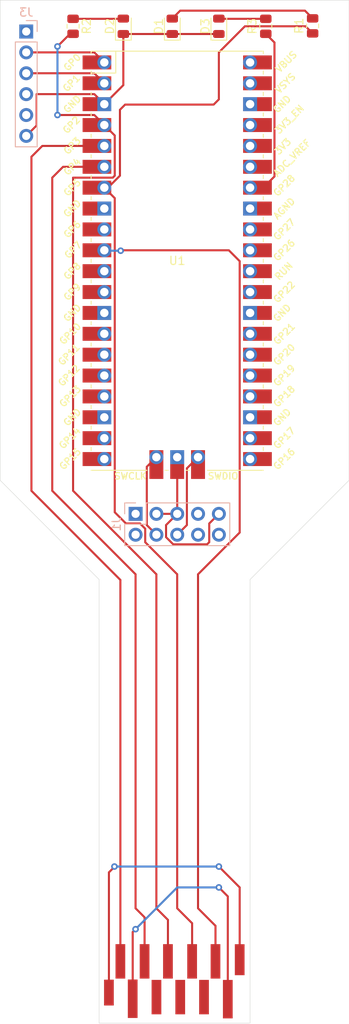
<source format=kicad_pcb>
(kicad_pcb (version 20211014) (generator pcbnew)
  (layers (0 "F.Cu" signal) (31 "B.Cu" signal) (34 "B.Paste" user) (35 "F.Paste" user) (36 "B.SilkS" user "B.Silkscreen") (37 "F.SilkS" user "F.Silkscreen") (38 "B.Mask" user) (39 "F.Mask" user) (44 "Edge.Cuts" user))
  (net 0 "")
  (net 1 "GND")
  (net 2 "Net-(D1-Pad2)")
  (net 3 "Net-(D2-Pad2)")
  (net 4 "Net-(D3-Pad2)")
  (net 7 "Net-(J1-Pad4)")
  (net 8 "Net-(J1-Pad6)")
  (net 12 "Net-(J2-Pad1)")
  (net 13 "INT")
  (net 15 "DO")
  (net 17 "DI")
  (net 19 "CS")
  (net 20 "CLK")
  (net 22 "Net-(J3-Pad2)")
  (net 23 "Net-(J3-Pad3)")
  (net 26 "Net-(R3-Pad1)")
  (net 49 "+3.3V")
  (footprint "MCU_RaspberryPi_and_Boards:RPi_Pico_SMD_TH" (layer "F.Cu") (at 149.86 78.69)
    (fp_text reference "U1" (at 0 0) (layer "F.SilkS"))
    (fp_text value "Pico")
    (fp_text user "GP5" (at -12.8 -8.89 45) (layer "F.SilkS") (effects (font (size 0.8 0.8))))
    (fp_text user "ADC_VREF" (at 14 -12.5 45) (layer "F.SilkS") (effects (font (size 0.8 0.8))))
    (fp_text user "GP18" (at 13.054 16.51 45) (layer "F.SilkS") (effects (font (size 0.8 0.8))))
    (fp_text user "GP11" (at -13.2 11.43 45) (layer "F.SilkS") (effects (font (size 0.8 0.8))))
    (fp_text user "GP3" (at -12.8 -13.97 45) (layer "F.SilkS") (effects (font (size 0.8 0.8))))
    (fp_text user "3V3" (at 12.9 -13.9 45) (layer "F.SilkS") (effects (font (size 0.8 0.8))))
    (fp_text user "GND" (at -12.8 -19.05 45) (layer "F.SilkS") (effects (font (size 0.8 0.8))))
    (fp_text user "GP6" (at -12.8 -3.81 45) (layer "F.SilkS") (effects (font (size 0.8 0.8))))
    (fp_text user "GP2" (at -12.9 -16.51 45) (layer "F.SilkS") (effects (font (size 0.8 0.8))))
    (fp_text user "GP12" (at -13.2 13.97 45) (layer "F.SilkS") (effects (font (size 0.8 0.8))))
    (fp_text user "GP22" (at 13.054 3.81 45) (layer "F.SilkS") (effects (font (size 0.8 0.8))))
    (fp_text user "GP16" (at 13.054 24.13 45) (layer "F.SilkS") (effects (font (size 0.8 0.8))))
    (fp_text user "GP10" (at -13.054 8.89 45) (layer "F.SilkS") (effects (font (size 0.8 0.8))))
    (fp_text user "VBUS" (at 13.3 -24.2 45) (layer "F.SilkS") (effects (font (size 0.8 0.8))))
    (fp_text user "RUN" (at 13 1.27 45) (layer "F.SilkS") (effects (font (size 0.8 0.8))))
    (fp_text user "GP26" (at 13.054 -1.27 45) (layer "F.SilkS") (effects (font (size 0.8 0.8))))
    (fp_text user "GND" (at 12.8 19.05 45) (layer "F.SilkS") (effects (font (size 0.8 0.8))))
    (fp_text user "3V3_EN" (at 13.7 -17.2 45) (layer "F.SilkS") (effects (font (size 0.8 0.8))))
    (fp_text user "GP4" (at -12.8 -11.43 45) (layer "F.SilkS") (effects (font (size 0.8 0.8))))
    (fp_text user "GP13" (at -13.054 16.51 45) (layer "F.SilkS") (effects (font (size 0.8 0.8))))
    (fp_text user "GND" (at -12.8 19.05 45) (layer "F.SilkS") (effects (font (size 0.8 0.8))))
    (fp_text user "GP8" (at -12.8 1.27 45) (layer "F.SilkS") (effects (font (size 0.8 0.8))))
    (fp_text user "GP7" (at -12.7 -1.3 45) (layer "F.SilkS") (effects (font (size 0.8 0.8))))
    (fp_text user "GP9" (at -12.8 3.81 45) (layer "F.SilkS") (effects (font (size 0.8 0.8))))
    (fp_text user "GND" (at 12.8 6.35 45) (layer "F.SilkS") (effects (font (size 0.8 0.8))))
    (fp_text user "GP21" (at 13.054 8.9 45) (layer "F.SilkS") (effects (font (size 0.8 0.8))))
    (fp_text user "GP17" (at 13.054 21.59 45) (layer "F.SilkS") (effects (font (size 0.8 0.8))))
    (fp_text user "GP1" (at -12.9 -21.6 45) (layer "F.SilkS") (effects (font (size 0.8 0.8))))
    (fp_text user "VSYS" (at 13.2 -21.59 45) (layer "F.SilkS") (effects (font (size 0.8 0.8))))
    (fp_text user "GND" (at -12.8 -6.35 45) (layer "F.SilkS") (effects (font (size 0.8 0.8))))
    (fp_text user "GND" (at 12.8 -19.05 45) (layer "F.SilkS") (effects (font (size 0.8 0.8))))
    (fp_text user "SWDIO" (at 5.6 26.2) (layer "F.SilkS") (effects (font (size 0.8 0.8))))
    (fp_text user "GP15" (at -13.054 24.13 45) (layer "F.SilkS") (effects (font (size 0.8 0.8))))
    (fp_text user "GP14" (at -13.1 21.59 45) (layer "F.SilkS") (effects (font (size 0.8 0.8))))
    (fp_text user "GP20" (at 13.054 11.43 45) (layer "F.SilkS") (effects (font (size 0.8 0.8))))
    (fp_text user "AGND" (at 13.054 -6.35 45) (layer "F.SilkS") (effects (font (size 0.8 0.8))))
    (fp_text user "SWCLK" (at -5.7 26.2) (layer "F.SilkS") (effects (font (size 0.8 0.8))))
    (fp_text user "GP28" (at 13.054 -9.144 45) (layer "F.SilkS") (effects (font (size 0.8 0.8))))
    (fp_text user "GND" (at -12.8 6.35 45) (layer "F.SilkS") (effects (font (size 0.8 0.8))))
    (fp_text user "GP19" (at 13.054 13.97 45) (layer "F.SilkS") (effects (font (size 0.8 0.8))))
    (fp_text user "GP0" (at -12.8 -24.13 45) (layer "F.SilkS") (effects (font (size 0.8 0.8))))
    (fp_text user "GP27" (at 13.054 -3.8 45) (layer "F.SilkS") (effects (font (size 0.8 0.8))))
    (fp_line (start 10.5 22.7) (end 10.5 23.1) (layer "F.SilkS") (width 0.12))
    (fp_line (start -10.5 -15.4) (end -10.5 -15) (layer "F.SilkS") (width 0.12))
    (fp_line (start -10.5 7.4) (end -10.5 7.8) (layer "F.SilkS") (width 0.12))
    (fp_line (start -10.5 10) (end -10.5 10.4) (layer "F.SilkS") (width 0.12))
    (fp_line (start 10.5 12.5) (end 10.5 12.9) (layer "F.SilkS") (width 0.12))
    (fp_line (start 10.5 -20.5) (end 10.5 -20.1) (layer "F.SilkS") (width 0.12))
    (fp_line (start 10.5 4.9) (end 10.5 5.3) (layer "F.SilkS") (width 0.12))
    (fp_line (start -10.5 -25.5) (end 10.5 -25.5) (layer "F.SilkS") (width 0.12))
    (fp_line (start -10.5 2.3) (end -10.5 2.7) (layer "F.SilkS") (width 0.12))
    (fp_line (start -10.5 -7.8) (end -10.5 -7.4) (layer "F.SilkS") (width 0.12))
    (fp_line (start 10.5 -10.4) (end 10.5 -10) (layer "F.SilkS") (width 0.12))
    (fp_line (start -10.5 -0.2) (end -10.5 0.2) (layer "F.SilkS") (width 0.12))
    (fp_line (start -10.5 15.1) (end -10.5 15.5) (layer "F.SilkS") (width 0.12))
    (fp_line (start -10.5 -12.9) (end -10.5 -12.5) (layer "F.SilkS") (width 0.12))
    (fp_line (start -10.5 -2.7) (end -10.5 -2.3) (layer "F.SilkS") (width 0.12))
    (fp_line (start -10.5 12.5) (end -10.5 12.9) (layer "F.SilkS") (width 0.12))
    (fp_line (start 10.5 -23.1) (end 10.5 -22.7) (layer "F.SilkS") (width 0.12))
    (fp_line (start 10.5 10) (end 10.5 10.4) (layer "F.SilkS") (width 0.12))
    (fp_line (start -10.5 17.6) (end -10.5 18) (layer "F.SilkS") (width 0.12))
    (fp_line (start 10.5 -15.4) (end 10.5 -15) (layer "F.SilkS") (width 0.12))
    (fp_line (start 10.5 -2.7) (end 10.5 -2.3) (layer "F.SilkS") (width 0.12))
    (fp_line (start -10.5 -18) (end -10.5 -17.6) (layer "F.SilkS") (width 0.12))
    (fp_line (start 10.5 2.3) (end 10.5 2.7) (layer "F.SilkS") (width 0.12))
    (fp_line (start -10.5 -20.5) (end -10.5 -20.1) (layer "F.SilkS") (width 0.12))
    (fp_line (start 10.5 -7.8) (end 10.5 -7.4) (layer "F.SilkS") (width 0.12))
    (fp_line (start 10.5 20.1) (end 10.5 20.5) (layer "F.SilkS") (width 0.12))
    (fp_line (start 1.1 25.5) (end 1.5 25.5) (layer "F.SilkS") (width 0.12))
    (fp_line (start -10.5 -25.5) (end -10.5 -25.2) (layer "F.SilkS") (width 0.12))
    (fp_line (start -7.493 -22.833) (end -7.493 -25.5) (layer "F.SilkS") (width 0.12))
    (fp_line (start 10.5 -18) (end 10.5 -17.6) (layer "F.SilkS") (width 0.12))
    (fp_line (start -10.5 20.1) (end -10.5 20.5) (layer "F.SilkS") (width 0.12))
    (fp_line (start 10.5 25.5) (end 3.7 25.5) (layer "F.SilkS") (width 0.12))
    (fp_line (start -10.5 4.9) (end -10.5 5.3) (layer "F.SilkS") (width 0.12))
    (fp_line (start -3.7 25.5) (end -10.5 25.5) (layer "F.SilkS") (width 0.12))
    (fp_line (start 10.5 -25.5) (end 10.5 -25.2) (layer "F.SilkS") (width 0.12))
    (fp_line (start -10.5 -10.4) (end -10.5 -10) (layer "F.SilkS") (width 0.12))
    (fp_line (start -1.5 25.5) (end -1.1 25.5) (layer "F.SilkS") (width 0.12))
    (fp_line (start 10.5 -0.2) (end 10.5 0.2) (layer "F.SilkS") (width 0.12))
    (fp_line (start 10.5 7.4) (end 10.5 7.8) (layer "F.SilkS") (width 0.12))
    (fp_line (start -10.5 -23.1) (end -10.5 -22.7) (layer "F.SilkS") (width 0.12))
    (fp_line (start 10.5 15.1) (end 10.5 15.5) (layer "F.SilkS") (width 0.12))
    (fp_line (start -10.5 22.7) (end -10.5 23.1) (layer "F.SilkS") (width 0.12))
    (fp_line (start 10.5 -12.9) (end 10.5 -12.5) (layer "F.SilkS") (width 0.12))
    (fp_line (start 10.5 -5.3) (end 10.5 -4.9) (layer "F.SilkS") (width 0.12))
    (fp_line (start -10.5 -5.3) (end -10.5 -4.9) (layer "F.SilkS") (width 0.12))
    (fp_line (start -10.5 -22.833) (end -7.493 -22.833) (layer "F.SilkS") (width 0.12))
    (fp_line (start 10.5 17.6) (end 10.5 18) (layer "F.SilkS") (width 0.12))
    (pad "" np_thru_hole oval (at -2.725 -24) (size 1.8 1.8) (drill 1.8) (layers *.Cu *.Mask))
    (pad "" np_thru_hole oval (at 2.725 -24) (size 1.8 1.8) (drill 1.8) (layers *.Cu *.Mask))
    (pad "" np_thru_hole oval (at 2.425 -20.97) (size 1.5 1.5) (drill 1.5) (layers *.Cu *.Mask))
    (pad "" np_thru_hole oval (at -2.425 -20.97) (size 1.5 1.5) (drill 1.5) (layers *.Cu *.Mask))
    (pad "1" smd rect (at -8.89 -24.13) (size 3.5 1.7) (drill (offset -0.9 0)) (layers "F.Cu" "F.Mask") (net 22 "Net-(J3-Pad2)"))
    (pad "1" thru_hole oval (at -8.89 -24.13) (size 1.7 1.7) (drill 1.02) (layers *.Cu *.Mask) (net 22 "Net-(J3-Pad2)"))
    (pad "2" smd rect (at -8.89 -21.59) (size 3.5 1.7) (drill (offset -0.9 0)) (layers "F.Cu" "F.Mask") (net 23 "Net-(J3-Pad3)"))
    (pad "2" thru_hole oval (at -8.89 -21.59) (size 1.7 1.7) (drill 1.02) (layers *.Cu *.Mask) (net 23 "Net-(J3-Pad3)"))
    (pad "3" smd rect (at -8.89 -19.05) (size 3.5 1.7) (drill (offset -0.9 0)) (layers "F.Cu" "F.Mask") (net 1 "GND"))
    (pad "3" thru_hole rect (at -8.89 -19.05) (size 1.7 1.7) (drill 1.02) (layers *.Cu *.Mask) (net 1 "GND"))
    (pad "4" thru_hole oval (at -8.89 -16.51) (size 1.7 1.7) (drill 1.02) (layers *.Cu *.Mask) (net 17 "DI"))
    (pad "4" smd rect (at -8.89 -16.51) (size 3.5 1.7) (drill (offset -0.9 0)) (layers "F.Cu" "F.Mask") (net 17 "DI"))
    (pad "5" thru_hole oval (at -8.89 -13.97) (size 1.7 1.7) (drill 1.02) (layers *.Cu *.Mask) (net 20 "CLK"))
    (pad "5" smd rect (at -8.89 -13.97) (size 3.5 1.7) (drill (offset -0.9 0)) (layers "F.Cu" "F.Mask") (net 20 "CLK"))
    (pad "6" smd rect (at -8.89 -11.43) (size 3.5 1.7) (drill (offset -0.9 0)) (layers "F.Cu" "F.Mask") (net 19 "CS"))
    (pad "6" thru_hole oval (at -8.89 -11.43) (size 1.7 1.7) (drill 1.02) (layers *.Cu *.Mask) (net 19 "CS"))
    (pad "7" thru_hole oval (at -8.89 -8.89) (size 1.7 1.7) (drill 1.02) (layers *.Cu *.Mask) (net 15 "DO"))
    (pad "7" smd rect (at -8.89 -8.89) (size 3.5 1.7) (drill (offset -0.9 0)) (layers "F.Cu" "F.Mask") (net 15 "DO"))
    (pad "8" smd rect (at -8.89 -6.35) (size 3.5 1.7) (drill (offset -0.9 0)) (layers "F.Cu" "F.Mask"))
    (pad "8" thru_hole rect (at -8.89 -6.35) (size 1.7 1.7) (drill 1.02) (layers *.Cu *.Mask))
    (pad "9" thru_hole oval (at -8.89 -3.81) (size 1.7 1.7) (drill 1.02) (layers *.Cu *.Mask))
    (pad "9" smd rect (at -8.89 -3.81) (size 3.5 1.7) (drill (offset -0.9 0)) (layers "F.Cu" "F.Mask"))
    (pad "10" smd rect (at -8.89 -1.27) (size 3.5 1.7) (drill (offset -0.9 0)) (layers "F.Cu" "F.Mask") (net 13 "INT"))
    (pad "10" thru_hole oval (at -8.89 -1.27) (size 1.7 1.7) (drill 1.02) (layers *.Cu *.Mask) (net 13 "INT"))
    (pad "11" thru_hole oval (at -8.89 1.27) (size 1.7 1.7) (drill 1.02) (layers *.Cu *.Mask))
    (pad "11" smd rect (at -8.89 1.27) (size 3.5 1.7) (drill (offset -0.9 0)) (layers "F.Cu" "F.Mask"))
    (pad "12" thru_hole oval (at -8.89 3.81) (size 1.7 1.7) (drill 1.02) (layers *.Cu *.Mask))
    (pad "12" smd rect (at -8.89 3.81) (size 3.5 1.7) (drill (offset -0.9 0)) (layers "F.Cu" "F.Mask"))
    (pad "13" thru_hole rect (at -8.89 6.35) (size 1.7 1.7) (drill 1.02) (layers *.Cu *.Mask))
    (pad "13" smd rect (at -8.89 6.35) (size 3.5 1.7) (drill (offset -0.9 0)) (layers "F.Cu" "F.Mask"))
    (pad "14" thru_hole oval (at -8.89 8.89) (size 1.7 1.7) (drill 1.02) (layers *.Cu *.Mask))
    (pad "14" smd rect (at -8.89 8.89) (size 3.5 1.7) (drill (offset -0.9 0)) (layers "F.Cu" "F.Mask"))
    (pad "15" thru_hole oval (at -8.89 11.43) (size 1.7 1.7) (drill 1.02) (layers *.Cu *.Mask))
    (pad "15" smd rect (at -8.89 11.43) (size 3.5 1.7) (drill (offset -0.9 0)) (layers "F.Cu" "F.Mask"))
    (pad "16" thru_hole oval (at -8.89 13.97) (size 1.7 1.7) (drill 1.02) (layers *.Cu *.Mask))
    (pad "16" smd rect (at -8.89 13.97) (size 3.5 1.7) (drill (offset -0.9 0)) (layers "F.Cu" "F.Mask"))
    (pad "17" thru_hole oval (at -8.89 16.51) (size 1.7 1.7) (drill 1.02) (layers *.Cu *.Mask))
    (pad "17" smd rect (at -8.89 16.51) (size 3.5 1.7) (drill (offset -0.9 0)) (layers "F.Cu" "F.Mask"))
    (pad "18" thru_hole rect (at -8.89 19.05) (size 1.7 1.7) (drill 1.02) (layers *.Cu *.Mask))
    (pad "18" smd rect (at -8.89 19.05) (size 3.5 1.7) (drill (offset -0.9 0)) (layers "F.Cu" "F.Mask"))
    (pad "19" smd rect (at -8.89 21.59) (size 3.5 1.7) (drill (offset -0.9 0)) (layers "F.Cu" "F.Mask"))
    (pad "19" thru_hole oval (at -8.89 21.59) (size 1.7 1.7) (drill 1.02) (layers *.Cu *.Mask))
    (pad "20" smd rect (at -8.89 24.13) (size 3.5 1.7) (drill (offset -0.9 0)) (layers "F.Cu" "F.Mask"))
    (pad "20" thru_hole oval (at -8.89 24.13) (size 1.7 1.7) (drill 1.02) (layers *.Cu *.Mask))
    (pad "21" thru_hole oval (at 8.89 24.13) (size 1.7 1.7) (drill 1.02) (layers *.Cu *.Mask))
    (pad "21" smd rect (at 8.89 24.13) (size 3.5 1.7) (drill (offset 0.9 0)) (layers "F.Cu" "F.Mask"))
    (pad "22" smd rect (at 8.89 21.59) (size 3.5 1.7) (drill (offset 0.9 0)) (layers "F.Cu" "F.Mask"))
    (pad "22" thru_hole oval (at 8.89 21.59) (size 1.7 1.7) (drill 1.02) (layers *.Cu *.Mask))
    (pad "23" smd rect (at 8.89 19.05) (size 3.5 1.7) (drill (offset 0.9 0)) (layers "F.Cu" "F.Mask"))
    (pad "23" thru_hole rect (at 8.89 19.05) (size 1.7 1.7) (drill 1.02) (layers *.Cu *.Mask))
    (pad "24" thru_hole oval (at 8.89 16.51) (size 1.7 1.7) (drill 1.02) (layers *.Cu *.Mask))
    (pad "24" smd rect (at 8.89 16.51) (size 3.5 1.7) (drill (offset 0.9 0)) (layers "F.Cu" "F.Mask"))
    (pad "25" thru_hole oval (at 8.89 13.97) (size 1.7 1.7) (drill 1.02) (layers *.Cu *.Mask))
    (pad "25" smd rect (at 8.89 13.97) (size 3.5 1.7) (drill (offset 0.9 0)) (layers "F.Cu" "F.Mask"))
    (pad "26" thru_hole oval (at 8.89 11.43) (size 1.7 1.7) (drill 1.02) (layers *.Cu *.Mask))
    (pad "26" smd rect (at 8.89 11.43) (size 3.5 1.7) (drill (offset 0.9 0)) (layers "F.Cu" "F.Mask"))
    (pad "27" thru_hole oval (at 8.89 8.89) (size 1.7 1.7) (drill 1.02) (layers *.Cu *.Mask))
    (pad "27" smd rect (at 8.89 8.89) (size 3.5 1.7) (drill (offset 0.9 0)) (layers "F.Cu" "F.Mask"))
    (pad "28" thru_hole rect (at 8.89 6.35) (size 1.7 1.7) (drill 1.02) (layers *.Cu *.Mask))
    (pad "28" smd rect (at 8.89 6.35) (size 3.5 1.7) (drill (offset 0.9 0)) (layers "F.Cu" "F.Mask"))
    (pad "29" thru_hole oval (at 8.89 3.81) (size 1.7 1.7) (drill 1.02) (layers *.Cu *.Mask))
    (pad "29" smd rect (at 8.89 3.81) (size 3.5 1.7) (drill (offset 0.9 0)) (layers "F.Cu" "F.Mask"))
    (pad "30" smd rect (at 8.89 1.27) (size 3.5 1.7) (drill (offset 0.9 0)) (layers "F.Cu" "F.Mask"))
    (pad "30" thru_hole oval (at 8.89 1.27) (size 1.7 1.7) (drill 1.02) (layers *.Cu *.Mask))
    (pad "31" smd rect (at 8.89 -1.27) (size 3.5 1.7) (drill (offset 0.9 0)) (layers "F.Cu" "F.Mask"))
    (pad "31" thru_hole oval (at 8.89 -1.27) (size 1.7 1.7) (drill 1.02) (layers *.Cu *.Mask))
    (pad "32" thru_hole oval (at 8.89 -3.81) (size 1.7 1.7) (drill 1.02) (layers *.Cu *.Mask))
    (pad "32" smd rect (at 8.89 -3.81) (size 3.5 1.7) (drill (offset 0.9 0)) (layers "F.Cu" "F.Mask"))
    (pad "33" thru_hole rect (at 8.89 -6.35) (size 1.7 1.7) (drill 1.02) (layers *.Cu *.Mask))
    (pad "33" smd rect (at 8.89 -6.35) (size 3.5 1.7) (drill (offset 0.9 0)) (layers "F.Cu" "F.Mask"))
    (pad "34" smd rect (at 8.89 -8.89) (size 3.5 1.7) (drill (offset 0.9 0)) (layers "F.Cu" "F.Mask") (net 26 "Net-(R3-Pad1)"))
    (pad "34" thru_hole oval (at 8.89 -8.89) (size 1.7 1.7) (drill 1.02) (layers *.Cu *.Mask) (net 26 "Net-(R3-Pad1)"))
    (pad "35" thru_hole oval (at 8.89 -11.43) (size 1.7 1.7) (drill 1.02) (layers *.Cu *.Mask))
    (pad "35" smd rect (at 8.89 -11.43) (size 3.5 1.7) (drill (offset 0.9 0)) (layers "F.Cu" "F.Mask"))
    (pad "36" thru_hole oval (at 8.89 -13.97) (size 1.7 1.7) (drill 1.02) (layers *.Cu *.Mask))
    (pad "36" smd rect (at 8.89 -13.97) (size 3.5 1.7) (drill (offset 0.9 0)) (layers "F.Cu" "F.Mask"))
    (pad "37" smd rect (at 8.89 -16.51) (size 3.5 1.7) (drill (offset 0.9 0)) (layers "F.Cu" "F.Mask") (net 49 "+3.3V"))
    (pad "37" thru_hole oval (at 8.89 -16.51) (size 1.7 1.7) (drill 1.02) (layers *.Cu *.Mask) (net 49 "+3.3V"))
    (pad "38" smd rect (at 8.89 -19.05) (size 3.5 1.7) (drill (offset 0.9 0)) (layers "F.Cu" "F.Mask"))
    (pad "38" thru_hole rect (at 8.89 -19.05) (size 1.7 1.7) (drill 1.02) (layers *.Cu *.Mask))
    (pad "39" thru_hole oval (at 8.89 -21.59) (size 1.7 1.7) (drill 1.02) (layers *.Cu *.Mask))
    (pad "39" smd rect (at 8.89 -21.59) (size 3.5 1.7) (drill (offset 0.9 0)) (layers "F.Cu" "F.Mask"))
    (pad "40" smd rect (at 8.89 -24.13) (size 3.5 1.7) (drill (offset 0.9 0)) (layers "F.Cu" "F.Mask"))
    (pad "40" thru_hole oval (at 8.89 -24.13) (size 1.7 1.7) (drill 1.02) (layers *.Cu *.Mask))
    (pad "41" thru_hole oval (at -2.54 23.9) (size 1.7 1.7) (drill 1.02) (layers *.Cu *.Mask) (net 7 "Net-(J1-Pad4)"))
    (pad "41" smd rect (at -2.54 23.9 90) (size 3.5 1.7) (drill (offset -0.9 0)) (layers "F.Cu" "F.Mask") (net 7 "Net-(J1-Pad4)"))
    (pad "42" thru_hole rect (at 0 23.9) (size 1.7 1.7) (drill 1.02) (layers *.Cu *.Mask) (net 1 "GND"))
    (pad "42" smd rect (at 0 23.9 90) (size 3.5 1.7) (drill (offset -0.9 0)) (layers "F.Cu" "F.Mask") (net 1 "GND"))
    (pad "43" smd rect (at 2.54 23.9 90) (size 3.5 1.7) (drill (offset -0.9 0)) (layers "F.Cu" "F.Mask") (net 8 "Net-(J1-Pad6)"))
    (pad "43" thru_hole oval (at 2.54 23.9) (size 1.7 1.7) (drill 1.02) (layers *.Cu *.Mask) (net 8 "Net-(J1-Pad6)"))
  )
  (footprint "Resistor_SMD:R_0805_2012Metric" (layer "F.Cu") (at 160.665 50.165 90)
    (fp_text reference "R3" (at 0 -1.65 90) (layer "F.SilkS"))
    (fp_text value "220")
    (fp_line (start -0.227064 -0.735) (end 0.227064 -0.735) (layer "F.SilkS") (width 0.12))
    (fp_line (start -0.227064 0.735) (end 0.227064 0.735) (layer "F.SilkS") (width 0.12))
    (pad "1" smd roundrect (at -0.9125 0 90) (size 1.025 1.4) (layers "F.Cu" "F.Paste" "F.Mask") (roundrect_rratio 0.243902439) (net 26 "Net-(R3-Pad1)"))
    (pad "2" smd roundrect (at 0.9125 0 90) (size 1.025 1.4) (layers "F.Cu" "F.Paste" "F.Mask") (roundrect_rratio 0.243902439) (net 4 "Net-(D3-Pad2)"))
  )
  (footprint "gecko:GC_MEMCARD" (layer "F.Cu") (at 140.43 171.316025)
    (fp_text reference "J2" hide)
    (fp_text value "Memcard" hide)
    (pad "1" smd rect (at 17.05 -7.58) (size 1.187403 3.771756) (layers "F.Cu" "F.Paste" "F.Mask") (net 12 "Net-(J2-Pad1)"))
    (pad "2" smd rect (at 15.6 -2.78) (size 1.187403 4.679771) (layers "F.Cu" "F.Paste" "F.Mask") (net 1 "GND"))
    (pad "3" smd rect (at 14.1 -7.38) (size 1.187403 4.19084) (layers "F.Cu" "F.Paste" "F.Mask") (net 13 "INT"))
    (pad "4" smd rect (at 12.7 -3.03) (size 1.187403 4.19084) (layers "F.Cu" "F.Paste" "F.Mask"))
    (pad "5" smd rect (at 11.25 -7.38) (size 1.187403 4.19084) (layers "F.Cu" "F.Paste" "F.Mask") (net 15 "DO"))
    (pad "6" smd rect (at 9.8 -3.03) (size 1.187403 4.19084) (layers "F.Cu" "F.Paste" "F.Mask"))
    (pad "7" smd rect (at 8.3 -7.38) (size 1.187403 4.19084) (layers "F.Cu" "F.Paste" "F.Mask") (net 17 "DI"))
    (pad "8" smd rect (at 6.9 -3.03) (size 1.187403 4.19084) (layers "F.Cu" "F.Paste" "F.Mask"))
    (pad "9" smd rect (at 5.45 -7.38) (size 1.187403 4.19084) (layers "F.Cu" "F.Paste" "F.Mask") (net 19 "CS"))
    (pad "10" smd rect (at 4 -2.83) (size 1.187403 4.679771) (layers "F.Cu" "F.Paste" "F.Mask") (net 1 "GND"))
    (pad "11" smd rect (at 2.5 -7.38) (size 1.187403 4.19084) (layers "F.Cu" "F.Paste" "F.Mask") (net 20 "CLK"))
    (pad "12" smd rect (at 1.1 -3.58) (size 1.187403 3.143131) (layers "F.Cu" "F.Paste" "F.Mask") (net 12 "Net-(J2-Pad1)"))
  )
  (footprint "LED_SMD:LED_0805_2012Metric" (layer "F.Cu") (at 154.94 50.165 90)
    (fp_text reference "D3" (at 0 -1.65 90) (layer "F.SilkS"))
    (fp_text value "LED")
    (fp_line (start -1.685 0.96) (end 1 0.96) (layer "F.SilkS") (width 0.12))
    (fp_line (start 1 -0.96) (end -1.685 -0.96) (layer "F.SilkS") (width 0.12))
    (fp_line (start -1.685 -0.96) (end -1.685 0.96) (layer "F.SilkS") (width 0.12))
    (pad "1" smd roundrect (at -0.9375 0 90) (size 0.975 1.4) (layers "F.Cu" "F.Paste" "F.Mask") (net 1 "GND"))
    (pad "2" smd roundrect (at 0.9375 0 90) (size 0.975 1.4) (layers "F.Cu" "F.Paste" "F.Mask") (net 4 "Net-(D3-Pad2)"))
  )
  (footprint "LED_SMD:LED_0805_2012Metric" (layer "F.Cu") (at 149.26 50.165 90)
    (fp_text reference "D1" (at 0 -1.65 90) (layer "F.SilkS"))
    (fp_text value "LED")
    (fp_line (start -1.685 -0.96) (end -1.685 0.96) (layer "F.SilkS") (width 0.12))
    (fp_line (start -1.685 0.96) (end 1 0.96) (layer "F.SilkS") (width 0.12))
    (fp_line (start 1 -0.96) (end -1.685 -0.96) (layer "F.SilkS") (width 0.12))
    (pad "1" smd roundrect (at -0.9375 0 90) (size 0.975 1.4) (layers "F.Cu" "F.Paste" "F.Mask") (net 1 "GND"))
    (pad "2" smd roundrect (at 0.9375 0 90) (size 0.975 1.4) (layers "F.Cu" "F.Paste" "F.Mask") (net 2 "Net-(D1-Pad2)"))
  )
  (footprint "Resistor_SMD:R_0805_2012Metric" (layer "F.Cu") (at 166.38 50.115 90)
    (fp_text reference "R1" (at 0 -1.65 90) (layer "F.SilkS"))
    (fp_text value "220")
    (fp_line (start -0.227064 0.735) (end 0.227064 0.735) (layer "F.SilkS") (width 0.12))
    (fp_line (start -0.227064 -0.735) (end 0.227064 -0.735) (layer "F.SilkS") (width 0.12))
    (pad "1" smd roundrect (at -0.9125 0 90) (size 1.025 1.4) (layers "F.Cu" "F.Paste" "F.Mask") (roundrect_rratio 0.243902439) (net 15 "DO"))
    (pad "2" smd roundrect (at 0.9125 0 90) (size 1.025 1.4) (layers "F.Cu" "F.Paste" "F.Mask") (roundrect_rratio 0.243902439) (net 2 "Net-(D1-Pad2)"))
  )
  (footprint "LED_SMD:LED_0805_2012Metric" (layer "F.Cu") (at 143.29 50.165 90)
    (fp_text reference "D2" (at 0 -1.65 90) (layer "F.SilkS"))
    (fp_text value "LED")
    (fp_line (start -1.685 -0.96) (end -1.685 0.96) (layer "F.SilkS") (width 0.12))
    (fp_line (start 1 -0.96) (end -1.685 -0.96) (layer "F.SilkS") (width 0.12))
    (fp_line (start -1.685 0.96) (end 1 0.96) (layer "F.SilkS") (width 0.12))
    (pad "1" smd roundrect (at -0.9375 0 90) (size 0.975 1.4) (layers "F.Cu" "F.Paste" "F.Mask") (net 1 "GND"))
    (pad "2" smd roundrect (at 0.9375 0 90) (size 0.975 1.4) (layers "F.Cu" "F.Paste" "F.Mask") (net 3 "Net-(D2-Pad2)"))
  )
  (footprint "Resistor_SMD:R_0805_2012Metric" (layer "F.Cu") (at 137.16 50.165 -90)
    (fp_text reference "R2" (at 0 -1.65 90) (layer "F.SilkS"))
    (fp_text value "220")
    (fp_line (start -0.227064 0.735) (end 0.227064 0.735) (layer "F.SilkS") (width 0.12))
    (fp_line (start -0.227064 -0.735) (end 0.227064 -0.735) (layer "F.SilkS") (width 0.12))
    (pad "1" smd roundrect (at -0.9125 0 270) (size 1.025 1.4) (layers "F.Cu" "F.Paste" "F.Mask") (roundrect_rratio 0.243902439) (net 3 "Net-(D2-Pad2)"))
    (pad "2" smd roundrect (at 0.9125 0 270) (size 1.025 1.4) (layers "F.Cu" "F.Paste" "F.Mask") (roundrect_rratio 0.243902439) (net 17 "DI"))
  )
  (footprint "Connector_PinHeader_2.54mm:PinHeader_1x06_P2.54mm_Vertical" (layer "B.Cu") (at 131.445 50.8 180)
    (fp_text reference "J3" (at 0 2.33) (layer "B.SilkS") (effects (justify mirror)))
    (fp_text value "UART")
    (fp_line (start 1.33 -1.27) (end 1.33 -14.03) (layer "B.SilkS") (width 0.12))
    (fp_line (start -1.33 1.33) (end 0 1.33) (layer "B.SilkS") (width 0.12))
    (fp_line (start -1.33 -1.27) (end 1.33 -1.27) (layer "B.SilkS") (width 0.12))
    (fp_line (start -1.33 0) (end -1.33 1.33) (layer "B.SilkS") (width 0.12))
    (fp_line (start -1.33 -1.27) (end -1.33 -14.03) (layer "B.SilkS") (width 0.12))
    (fp_line (start -1.33 -14.03) (end 1.33 -14.03) (layer "B.SilkS") (width 0.12))
    (pad "1" thru_hole rect (at 0 0 180) (size 1.7 1.7) (drill 1) (layers *.Cu *.Mask))
    (pad "2" thru_hole oval (at 0 -2.54 180) (size 1.7 1.7) (drill 1) (layers *.Cu *.Mask) (net 22 "Net-(J3-Pad2)"))
    (pad "3" thru_hole oval (at 0 -5.08 180) (size 1.7 1.7) (drill 1) (layers *.Cu *.Mask) (net 23 "Net-(J3-Pad3)"))
    (pad "4" thru_hole oval (at 0 -7.62 180) (size 1.7 1.7) (drill 1) (layers *.Cu *.Mask))
    (pad "5" thru_hole oval (at 0 -10.16 180) (size 1.7 1.7) (drill 1) (layers *.Cu *.Mask))
    (pad "6" thru_hole oval (at 0 -12.7 180) (size 1.7 1.7) (drill 1) (layers *.Cu *.Mask) (net 1 "GND"))
  )
  (footprint "Connector_PinHeader_2.54mm:PinHeader_2x05_P2.54mm_Vertical" (layer "B.Cu") (at 144.785 109.485 -90)
    (fp_text reference "J1" (at 1.27 2.33 90) (layer "B.SilkS") (effects (justify mirror)))
    (fp_text value "SWD")
    (fp_line (start -1.33 -1.27) (end -1.33 -11.49) (layer "B.SilkS") (width 0.12))
    (fp_line (start -1.33 -11.49) (end 3.87 -11.49) (layer "B.SilkS") (width 0.12))
    (fp_line (start 1.27 1.33) (end 3.87 1.33) (layer "B.SilkS") (width 0.12))
    (fp_line (start 1.27 -1.27) (end 1.27 1.33) (layer "B.SilkS") (width 0.12))
    (fp_line (start -1.33 0) (end -1.33 1.33) (layer "B.SilkS") (width 0.12))
    (fp_line (start -1.33 1.33) (end 0 1.33) (layer "B.SilkS") (width 0.12))
    (fp_line (start 3.87 1.33) (end 3.87 -11.49) (layer "B.SilkS") (width 0.12))
    (fp_line (start -1.33 -1.27) (end 1.27 -1.27) (layer "B.SilkS") (width 0.12))
    (pad "1" thru_hole rect (at 0 0 270) (size 1.7 1.7) (drill 1) (layers *.Cu *.Mask))
    (pad "2" thru_hole oval (at 2.54 0 270) (size 1.7 1.7) (drill 1) (layers *.Cu *.Mask))
    (pad "3" thru_hole oval (at 0 -2.54 270) (size 1.7 1.7) (drill 1) (layers *.Cu *.Mask) (net 1 "GND"))
    (pad "4" thru_hole oval (at 2.54 -2.54 270) (size 1.7 1.7) (drill 1) (layers *.Cu *.Mask) (net 7 "Net-(J1-Pad4)"))
    (pad "5" thru_hole oval (at 0 -5.08 270) (size 1.7 1.7) (drill 1) (layers *.Cu *.Mask) (net 1 "GND"))
    (pad "6" thru_hole oval (at 2.54 -5.08 270) (size 1.7 1.7) (drill 1) (layers *.Cu *.Mask) (net 8 "Net-(J1-Pad6)"))
    (pad "7" thru_hole oval (at 0 -7.62 270) (size 1.7 1.7) (drill 1) (layers *.Cu *.Mask))
    (pad "8" thru_hole oval (at 2.54 -7.62 270) (size 1.7 1.7) (drill 1) (layers *.Cu *.Mask))
    (pad "9" thru_hole oval (at 0 -10.16 270) (size 1.7 1.7) (drill 1) (layers *.Cu *.Mask) (net 1 "GND"))
    (pad "10" thru_hole oval (at 2.54 -10.16 270) (size 1.7 1.7) (drill 1) (layers *.Cu *.Mask))
  )
  (gr_line (start 170.815 105.41) (end 170.815 46.99) (layer "Edge.Cuts") (width 0.05))
  (gr_line (start 140.335 117.475) (end 139.7 116.84) (layer "Edge.Cuts") (width 0.05))
  (gr_line (start 167.64 46.99) (end 128.27 46.99) (layer "Edge.Cuts") (width 0.05))
  (gr_line (start 140.335 171.45) (end 140.335 117.475) (layer "Edge.Cuts") (width 0.05))
  (gr_line (start 170.18 46.99) (end 167.64 46.99) (layer "Edge.Cuts") (width 0.05))
  (gr_line (start 170.815 46.99) (end 170.18 46.99) (layer "Edge.Cuts") (width 0.05))
  (gr_line (start 128.27 46.99) (end 128.27 105.41) (layer "Edge.Cuts") (width 0.05))
  (gr_line (start 128.27 105.41) (end 138.43 115.57) (layer "Edge.Cuts") (width 0.05))
  (gr_line (start 138.43 115.57) (end 139.7 116.84) (layer "Edge.Cuts") (width 0.05))
  (gr_line (start 140.335 171.45) (end 158.75 171.45) (layer "Edge.Cuts") (width 0.05))
  (gr_line (start 158.75 117.475) (end 170.815 105.41) (layer "Edge.Cuts") (width 0.05))
  (gr_line (start 158.75 171.45) (end 158.75 117.475) (layer "Edge.Cuts") (width 0.05))
  (segment (start 156.03 156.03) (end 154.94 154.94) (width 0.25) (layer "F.Cu") (net 1))
  (segment (start 144.43 160.37) (end 144.43 168.486025) (width 0.25) (layer "F.Cu") (net 1))
  (segment (start 153.5 113.2) (end 149.378299 113.2) (width 0.25) (layer "F.Cu") (net 1))
  (segment (start 143.29 57.32) (end 140.97 59.64) (width 0.25) (layer "F.Cu") (net 1))
  (segment (start 144.78 160.02) (end 144.43 160.37) (width 0.25) (layer "F.Cu") (net 1))
  (segment (start 154.945 109.485) (end 153.77 110.66) (width 0.25) (layer "F.Cu") (net 1))
  (segment (start 147.325 109.485) (end 149.865 109.485) (width 0.25) (layer "F.Cu") (net 1))
  (segment (start 148.5 112.321701) (end 148.5 110.85) (width 0.25) (layer "F.Cu") (net 1))
  (segment (start 131.445 63.5) (end 132.715 62.23) (width 0.25) (layer "F.Cu") (net 1))
  (segment (start 149.378299 113.2) (end 148.5 112.321701) (width 0.25) (layer "F.Cu") (net 1))
  (segment (start 132.715 62.23) (end 132.715 58.42) (width 0.25) (layer "F.Cu") (net 1))
  (segment (start 149.26 51.1025) (end 154.94 51.1025) (width 0.25) (layer "F.Cu") (net 1))
  (segment (start 149.865 102.595) (end 149.86 102.59) (width 0.25) (layer "F.Cu") (net 1))
  (segment (start 141.02 59.64) (end 140.97 59.64) (width 0.25) (layer "F.Cu") (net 1))
  (segment (start 132.715 58.42) (end 139.75 58.42) (width 0.25) (layer "F.Cu") (net 1))
  (segment (start 148.5 110.85) (end 149.865 109.485) (width 0.25) (layer "F.Cu") (net 1))
  (segment (start 143.29 51.1025) (end 149.26 51.1025) (width 0.25) (layer "F.Cu") (net 1))
  (segment (start 156.03 168.536025) (end 156.03 156.03) (width 0.25) (layer "F.Cu") (net 1))
  (segment (start 149.865 109.485) (end 149.865 102.595) (width 0.25) (layer "F.Cu") (net 1))
  (segment (start 143.29 51.1025) (end 143.29 57.32) (width 0.25) (layer "F.Cu") (net 1))
  (segment (start 139.75 58.42) (end 140.97 59.64) (width 0.25) (layer "F.Cu") (net 1))
  (segment (start 153.77 110.66) (end 153.77 112.93) (width 0.25) (layer "F.Cu") (net 1))
  (segment (start 153.77 112.93) (end 153.5 113.2) (width 0.25) (layer "F.Cu") (net 1))
  (via (at 154.94 154.94) (size 0.8) (drill 0.4) (layers "F.Cu" "B.Cu") (net 1))
  (via (at 144.78 160.02) (size 0.8) (drill 0.4) (layers "F.Cu" "B.Cu") (net 1))
  (segment (start 154.94 154.94) (end 149.86 154.94) (width 0.25) (layer "B.Cu") (net 1))
  (segment (start 149.86 154.94) (end 144.78 160.02) (width 0.25) (layer "B.Cu") (net 1))
  (segment (start 165.4375 48.26) (end 166.38 49.2025) (width 0.25) (layer "F.Cu") (net 2))
  (segment (start 150.2275 48.26) (end 165.4375 48.26) (width 0.25) (layer "F.Cu") (net 2))
  (segment (start 149.26 49.2275) (end 150.2275 48.26) (width 0.25) (layer "F.Cu") (net 2))
  (segment (start 143.265 49.2525) (end 143.29 49.2275) (width 0.25) (layer "F.Cu") (net 3))
  (segment (start 137.16 49.2525) (end 143.265 49.2525) (width 0.25) (layer "F.Cu") (net 3))
  (segment (start 154.965 49.2525) (end 154.94 49.2275) (width 0.25) (layer "F.Cu") (net 4))
  (segment (start 160.665 49.2525) (end 154.965 49.2525) (width 0.25) (layer "F.Cu") (net 4))
  (segment (start 146.15 110.85) (end 147.325 112.025) (width 0.25) (layer "F.Cu") (net 7))
  (segment (start 146.15 103.76) (end 146.15 110.85) (width 0.25) (layer "F.Cu") (net 7))
  (segment (start 147.32 102.59) (end 146.15 103.76) (width 0.25) (layer "F.Cu") (net 7))
  (segment (start 151.04 110.85) (end 151.04 103.95) (width 0.25) (layer "F.Cu") (net 8))
  (segment (start 149.865 112.025) (end 151.04 110.85) (width 0.25) (layer "F.Cu") (net 8))
  (segment (start 151.04 103.95) (end 152.4 102.59) (width 0.25) (layer "F.Cu") (net 8))
  (segment (start 157.48 154.94) (end 154.94 152.4) (width 0.25) (layer "F.Cu") (net 12))
  (segment (start 142.24 152.4) (end 142.2055 152.4) (width 0.25) (layer "F.Cu") (net 12))
  (segment (start 157.48 163.736025) (end 157.48 154.94) (width 0.25) (layer "F.Cu") (net 12))
  (segment (start 141.53 167.736025) (end 141.53 153.11) (width 0.25) (layer "F.Cu") (net 12))
  (segment (start 141.53 153.11) (end 142.24 152.4) (width 0.25) (layer "F.Cu") (net 12))
  (via (at 142.2055 152.4) (size 0.8) (drill 0.4) (layers "F.Cu" "B.Cu") (net 12))
  (via (at 154.94 152.4) (size 0.8) (drill 0.4) (layers "F.Cu" "B.Cu") (net 12))
  (segment (start 154.94 152.4) (end 142.2055 152.4) (width 0.25) (layer "B.Cu") (net 12))
  (segment (start 156.16 77.42) (end 142.69 77.42) (width 0.25) (layer "F.Cu") (net 13))
  (segment (start 154.53 159.61) (end 152.4 157.48) (width 0.25) (layer "F.Cu") (net 13))
  (segment (start 154.53 163.936025) (end 154.53 159.61) (width 0.25) (layer "F.Cu") (net 13))
  (segment (start 142.9145 77.42) (end 142.9645 77.47) (width 0.25) (layer "F.Cu") (net 13))
  (segment (start 142.69 77.42) (end 142.9145 77.42) (width 0.25) (layer "F.Cu") (net 13))
  (segment (start 152.4 116.84) (end 157.48 111.76) (width 0.25) (layer "F.Cu") (net 13))
  (segment (start 157.48 78.74) (end 156.16 77.42) (width 0.25) (layer "F.Cu") (net 13))
  (segment (start 152.4 157.48) (end 152.4 116.84) (width 0.25) (layer "F.Cu") (net 13))
  (segment (start 157.48 111.76) (end 157.48 78.74) (width 0.25) (layer "F.Cu") (net 13))
  (via (at 142.9645 77.47) (size 0.8) (drill 0.4) (layers "F.Cu" "B.Cu") (net 13))
  (segment (start 142.9645 77.47) (end 141.02 77.47) (width 0.25) (layer "B.Cu") (net 13))
  (segment (start 141.02 77.47) (end 140.97 77.42) (width 0.25) (layer "B.Cu") (net 13))
  (segment (start 145.96 111.296396) (end 145.323604 110.66) (width 0.25) (layer "F.Cu") (net 15))
  (segment (start 151.68 163.936025) (end 151.68 159.3) (width 0.25) (layer "F.Cu") (net 15))
  (segment (start 154.94 59.055) (end 154.94 53.34) (width 0.25) (layer "F.Cu") (net 15))
  (segment (start 151.68 159.3) (end 149.86 157.48) (width 0.25) (layer "F.Cu") (net 15))
  (segment (start 154.305 59.69) (end 154.94 59.055) (width 0.25) (layer "F.Cu") (net 15))
  (segment (start 158.115 50.165) (end 165.5175 50.165) (width 0.25) (layer "F.Cu") (net 15))
  (segment (start 142.24 71.07) (end 140.97 69.8) (width 0.25) (layer "F.Cu") (net 15))
  (segment (start 142.875 68.341396) (end 142.875 60.325) (width 0.25) (layer "F.Cu") (net 15))
  (segment (start 143.51 59.69) (end 154.305 59.69) (width 0.25) (layer "F.Cu") (net 15))
  (segment (start 145.96 112.94) (end 145.96 111.296396) (width 0.25) (layer "F.Cu") (net 15))
  (segment (start 143.61 110.66) (end 142.24 109.29) (width 0.25) (layer "F.Cu") (net 15))
  (segment (start 149.86 157.48) (end 149.86 116.84) (width 0.25) (layer "F.Cu") (net 15))
  (segment (start 149.86 116.84) (end 145.96 112.94) (width 0.25) (layer "F.Cu") (net 15))
  (segment (start 165.5175 50.165) (end 166.38 51.0275) (width 0.25) (layer "F.Cu") (net 15))
  (segment (start 140.97 69.8) (end 141.416396 69.8) (width 0.25) (layer "F.Cu") (net 15))
  (segment (start 145.323604 110.66) (end 143.61 110.66) (width 0.25) (layer "F.Cu") (net 15))
  (segment (start 154.94 53.34) (end 158.115 50.165) (width 0.25) (layer "F.Cu") (net 15))
  (segment (start 142.875 60.325) (end 143.51 59.69) (width 0.25) (layer "F.Cu") (net 15))
  (segment (start 141.416396 69.8) (end 142.875 68.341396) (width 0.25) (layer "F.Cu") (net 15))
  (segment (start 142.24 109.29) (end 142.24 71.07) (width 0.25) (layer "F.Cu") (net 15))
  (segment (start 148.73 158.89) (end 147.32 157.48) (width 0.25) (layer "F.Cu") (net 17))
  (segment (start 137.16 51.0775) (end 136.793 51.0775) (width 0.25) (layer "F.Cu") (net 17))
  (segment (start 142.24 68.34) (end 142.24 63.45) (width 0.25) (layer "F.Cu") (net 17))
  (segment (start 137.16 106.68) (end 137.16 68.58) (width 0.25) (layer "F.Cu") (net 17))
  (segment (start 136.793 51.0775) (end 135.255 52.6155) (width 0.25) (layer "F.Cu") (net 17))
  (segment (start 135.255 60.96) (end 139.75 60.96) (width 0.25) (layer "F.Cu") (net 17))
  (segment (start 137.16 68.58) (end 142 68.58) (width 0.25) (layer "F.Cu") (net 17))
  (segment (start 147.32 157.48) (end 147.32 116.84) (width 0.25) (layer "F.Cu") (net 17))
  (segment (start 139.75 60.96) (end 140.97 62.18) (width 0.25) (layer "F.Cu") (net 17))
  (segment (start 147.32 116.84) (end 137.16 106.68) (width 0.25) (layer "F.Cu") (net 17))
  (segment (start 142 68.58) (end 142.24 68.34) (width 0.25) (layer "F.Cu") (net 17))
  (segment (start 142.24 63.45) (end 140.97 62.18) (width 0.25) (layer "F.Cu") (net 17))
  (segment (start 148.73 163.936025) (end 148.73 158.89) (width 0.25) (layer "F.Cu") (net 17))
  (via (at 135.255 60.96) (size 0.8) (drill 0.4) (layers "F.Cu" "B.Cu") (net 17))
  (via (at 135.255 52.6155) (size 0.8) (drill 0.4) (layers "F.Cu" "B.Cu") (net 17))
  (segment (start 135.255 52.6155) (end 135.255 60.96) (width 0.25) (layer "B.Cu") (net 17))
  (segment (start 134.62 106.68) (end 134.62 68.58) (width 0.25) (layer "F.Cu") (net 19))
  (segment (start 135.94 67.26) (end 140.97 67.26) (width 0.25) (layer "F.Cu") (net 19))
  (segment (start 144.78 157.48) (end 144.78 116.84) (width 0.25) (layer "F.Cu") (net 19))
  (segment (start 145.88 163.936025) (end 145.88 158.58) (width 0.25) (layer "F.Cu") (net 19))
  (segment (start 145.88 158.58) (end 144.78 157.48) (width 0.25) (layer "F.Cu") (net 19))
  (segment (start 134.62 68.58) (end 135.94 67.26) (width 0.25) (layer "F.Cu") (net 19))
  (segment (start 144.78 116.84) (end 134.62 106.68) (width 0.25) (layer "F.Cu") (net 19))
  (segment (start 132.08 66.04) (end 133.4 64.72) (width 0.25) (layer "F.Cu") (net 20))
  (segment (start 132.08 106.68) (end 132.08 66.04) (width 0.25) (layer "F.Cu") (net 20))
  (segment (start 142.93 163.936025) (end 142.93 117.53) (width 0.25) (layer "F.Cu") (net 20))
  (segment (start 133.4 64.72) (end 140.97 64.72) (width 0.25) (layer "F.Cu") (net 20))
  (segment (start 142.93 117.53) (end 132.08 106.68) (width 0.25) (layer "F.Cu") (net 20))
  (segment (start 131.445 53.34) (end 139.75 53.34) (width 0.25) (layer "F.Cu") (net 22))
  (segment (start 139.75 53.34) (end 140.97 54.56) (width 0.25) (layer "F.Cu") (net 22))
  (segment (start 131.445 55.88) (end 139.75 55.88) (width 0.25) (layer "F.Cu") (net 23))
  (segment (start 139.75 55.88) (end 140.97 57.1) (width 0.25) (layer "F.Cu") (net 23))
  (segment (start 160.665 51.0775) (end 161.725 52.1375) (width 0.25) (layer "F.Cu") (net 26))
  (segment (start 160.36 69.8) (end 158.75 69.8) (width 0.25) (layer "F.Cu") (net 26))
  (segment (start 161.725 68.435) (end 160.36 69.8) (width 0.25) (layer "F.Cu") (net 26))
  (segment (start 161.725 52.1375) (end 161.725 68.435) (width 0.25) (layer "F.Cu") (net 26))
)
</source>
